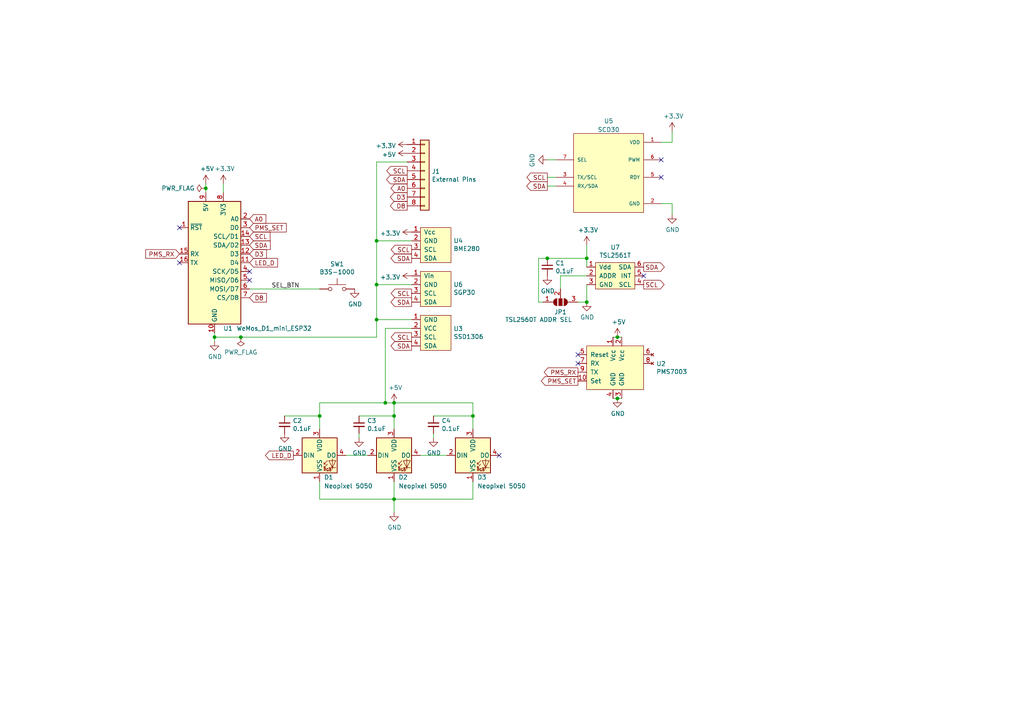
<source format=kicad_sch>
(kicad_sch (version 20230121) (generator eeschema)
  (paper "A4")
  (title_block (title "Wemos D1 Mini Internal Air Quality Board"))
  (lib_symbols
    (symbol "Connector_Generic:Conn_01x08" (pin_names (offset 1.016) hide)
      (property "Reference" "J" (at 0 10.16 0))
      (property "Value" "Conn_01x08" (at 0 -12.7 0))
      (symbol "Conn_01x08_1_1"
        (rectangle (start -1.27 -10.033) (end 0 -10.287) (stroke (width 0.1524)))
        (rectangle (start -1.27 -7.493) (end 0 -7.747) (stroke (width 0.1524)))
        (rectangle (start -1.27 -4.953) (end 0 -5.207) (stroke (width 0.1524)))
        (rectangle (start -1.27 -2.413) (end 0 -2.667) (stroke (width 0.1524)))
        (rectangle (start -1.27 0.127) (end 0 -0.127) (stroke (width 0.1524)))
        (rectangle (start -1.27 2.667) (end 0 2.413) (stroke (width 0.1524)))
        (rectangle (start -1.27 5.207) (end 0 4.953) (stroke (width 0.1524)))
        (rectangle (start -1.27 7.747) (end 0 7.493) (stroke (width 0.1524)))
        (rectangle (start -1.27 8.89) (end 1.27 -11.43) (stroke (width 0.254)) (fill (type background)))
        (pin passive line (at -5.08 7.62 0) (length 3.81) (name "Pin_1") (number "1"))
        (pin passive line (at -5.08 5.08 0) (length 3.81) (name "Pin_2") (number "2"))
        (pin passive line (at -5.08 2.54 0) (length 3.81) (name "Pin_3") (number "3"))
        (pin passive line (at -5.08 0 0) (length 3.81) (name "Pin_4") (number "4"))
        (pin passive line (at -5.08 -2.54 0) (length 3.81) (name "Pin_5") (number "5"))
        (pin passive line (at -5.08 -5.08 0) (length 3.81) (name "Pin_6") (number "6"))
        (pin passive line (at -5.08 -7.62 0) (length 3.81) (name "Pin_7") (number "7"))
        (pin passive line (at -5.08 -10.16 0) (length 3.81) (name "Pin_8") (number "8"))
      )
    )
    (symbol "Device:C_Small" (pin_numbers hide) (pin_names (offset 0.254) hide)
      (property "Reference" "C" (at 0.254 1.778 0))
      (property "Value" "C_Small" (at 0.254 -2.032 0))
      (symbol "C_Small_0_1"
        (polyline (pts (xy -1.524 -0.508) (xy 1.524 -0.508)) (stroke (width 0.3302)))
        (polyline (pts (xy -1.524 0.508) (xy 1.524 0.508)) (stroke (width 0.3048)))
      )
      (symbol "C_Small_1_1"
        (pin passive line (at 0 2.54 270) (length 2.032) (name "~") (number "1"))
        (pin passive line (at 0 -2.54 90) (length 2.032) (name "~") (number "2"))
      )
    )
    (symbol "Jumper:SolderJumper_3_Open" (pin_names (offset 0) hide)
      (property "Reference" "JP" (at -2.54 -2.54 0))
      (property "Value" "SolderJumper_3_Open" (at 0 2.794 0))
      (symbol "SolderJumper_3_Open_0_1"
        (arc (start -1.016 1.016) (mid -2.0276 0) (end -1.016 -1.016))
        (arc (start -1.016 1.016) (mid -2.0276 0) (end -1.016 -1.016) (fill (type outline)))
        (rectangle (start -0.508 1.016) (end 0.508 -1.016) (fill (type outline)))
        (polyline (pts (xy -2.54 0) (xy -2.032 0)))
        (polyline (pts (xy -1.016 1.016) (xy -1.016 -1.016)))
        (polyline (pts (xy 0 -1.27) (xy 0 -1.016)))
        (polyline (pts (xy 1.016 1.016) (xy 1.016 -1.016)))
        (polyline (pts (xy 2.54 0) (xy 2.032 0)))
        (arc (start 1.016 -1.016) (mid 2.0276 0) (end 1.016 1.016))
        (arc (start 1.016 -1.016) (mid 2.0276 0) (end 1.016 1.016) (fill (type outline)))
      )
      (symbol "SolderJumper_3_Open_1_1"
        (pin passive line (at -5.08 0 0) (length 2.54) (name "A") (number "1"))
        (pin passive line (at 0 -3.81 90) (length 2.54) (name "C") (number "2"))
        (pin passive line (at 5.08 0 180) (length 2.54) (name "B") (number "3"))
      )
    )
    (symbol "LED:Inolux_IN-PI554FCH" (pin_names (offset 0.254))
      (property "Reference" "D" (at 5.08 5.715 0))
      (property "Value" "Inolux_IN-PI554FCH" (at 1.27 -5.715 0))
      (symbol "Inolux_IN-PI554FCH_0_0"
        (text "RGB" (at 2.286 -4.191 0) (effects (font (size 0.762 0.762))))
      )
      (symbol "Inolux_IN-PI554FCH_0_1"
        (polyline (pts (xy 1.27 -3.556) (xy 1.778 -3.556)))
        (polyline (pts (xy 1.27 -2.54) (xy 1.778 -2.54)))
        (polyline (pts (xy 4.699 -3.556) (xy 2.667 -3.556)))
        (polyline (pts (xy 2.286 -2.54) (xy 1.27 -3.556) (xy 1.27 -3.048)))
        (polyline (pts (xy 2.286 -1.524) (xy 1.27 -2.54) (xy 1.27 -2.032)))
        (polyline (pts (xy 3.683 -1.016) (xy 3.683 -3.556) (xy 3.683 -4.064)))
        (polyline (pts (xy 4.699 -1.524) (xy 2.667 -1.524) (xy 3.683 -3.556) (xy 4.699 -1.524)))
        (rectangle (start 5.08 5.08) (end -5.08 -5.08) (stroke (width 0.254)) (fill (type background)))
      )
      (symbol "Inolux_IN-PI554FCH_1_1"
        (pin power_in line (at 0 -7.62 90) (length 2.54) (name "VSS") (number "1"))
        (pin input line (at -7.62 0 0) (length 2.54) (name "DIN") (number "2"))
        (pin power_in line (at 0 7.62 270) (length 2.54) (name "VDD") (number "3"))
        (pin output line (at 7.62 0 180) (length 2.54) (name "DO") (number "4"))
      )
    )
    (symbol "Switch:SW_Push" (pin_numbers hide) (pin_names (offset 1.016) hide)
      (property "Reference" "SW" (at 1.27 2.54 0))
      (property "Value" "SW_Push" (at 0 -1.524 0))
      (symbol "SW_Push_0_1"
        (circle (center -2.032 0) (radius 0.508))
        (polyline (pts (xy 0 1.27) (xy 0 3.048)))
        (polyline (pts (xy 2.54 1.27) (xy -2.54 1.27)))
        (circle (center 2.032 0) (radius 0.508))
        (pin passive line (at -5.08 0 0) (length 2.54) (name "1") (number "1"))
        (pin passive line (at 5.08 0 180) (length 2.54) (name "2") (number "2"))
      )
    )
    (symbol "iaq_board:BME280" (pin_names (offset 1.016))
      (property "Reference" "U" (at -8.89 15.24 0))
      (property "Value" "BME280" (at -8.89 12.7 0))
      (symbol "BME280_0_1"
        (rectangle (start -8.89 26.67) (end 0 16.51) (fill (type background)))
      )
      (symbol "BME280_1_1"
        (pin input line (at -11.43 25.4 0) (length 2.54) (name "Vcc") (number "1"))
        (pin input line (at -11.43 22.86 0) (length 2.54) (name "GND") (number "2"))
        (pin bidirectional line (at -11.43 20.32 0) (length 2.54) (name "SCL") (number "3"))
        (pin bidirectional line (at -11.43 17.78 0) (length 2.54) (name "SDA") (number "4"))
      )
    )
    (symbol "iaq_board:PMS7003" (pin_names (offset 1.016))
      (property "Reference" "U" (at 11.43 -6.35 0))
      (property "Value" "PMS7003" (at 15.24 -8.89 0))
      (symbol "PMS7003_0_1"
        (rectangle (start -2.54 7.62) (end 13.97 -5.08) (fill (type background)))
      )
      (symbol "PMS7003_1_1"
        (pin input line (at 5.08 10.16 270) (length 2.54) (name "Vcc") (number "1"))
        (pin input line (at -5.08 -2.54 0) (length 2.54) (name "Set") (number "10"))
        (pin input line (at 7.62 10.16 270) (length 2.54) (name "Vcc") (number "2"))
        (pin input line (at 7.62 -7.62 90) (length 2.54) (name "GND") (number "3"))
        (pin input line (at 5.08 -7.62 90) (length 2.54) (name "GND") (number "4"))
        (pin input line (at -5.08 5.08 0) (length 2.54) (name "Reset") (number "5"))
        (pin no_connect line (at 16.51 5.08 180) (length 2.54) (name "~") (number "6"))
        (pin input line (at -5.08 2.54 0) (length 2.54) (name "RX") (number "7"))
        (pin no_connect line (at 16.51 2.54 180) (length 2.54) (name "~") (number "8"))
        (pin output line (at -5.08 0 0) (length 2.54) (name "TX") (number "9"))
      )
    )
    (symbol "iaq_board:SCD30" (pin_names (offset 1.016))
      (property "Reference" "U" (at -10.16 13.462 0))
      (property "Value" "SCD30" (at -10.16 -12.7 0))
      (symbol "SCD30_0_0"
        (rectangle (start -10.16 -10.16) (end 10.16 12.7) (stroke (width 0.1524)) (fill (type background)))
        (pin power_in line (at 15.24 10.16 180) (length 5.08) (name "VDD") (number "1"))
        (pin power_in line (at 15.24 -7.62 180) (length 5.08) (name "GND") (number "2"))
        (pin bidirectional line (at -15.24 0 0) (length 5.08) (name "TX/SCL") (number "3"))
        (pin bidirectional line (at -15.24 -2.54 0) (length 5.08) (name "RX/SDA") (number "4"))
        (pin bidirectional line (at 15.24 0 180) (length 5.08) (name "RDY") (number "5"))
        (pin output line (at 15.24 5.08 180) (length 5.08) (name "PWM") (number "6"))
        (pin input line (at -15.24 5.08 0) (length 5.08) (name "SEL") (number "7"))
      )
    )
    (symbol "iaq_board:SGP30" (pin_names (offset 1.016))
      (property "Reference" "U" (at -2.54 -6.35 0))
      (property "Value" "SGP30" (at 0 -8.89 0))
      (symbol "SGP30_0_1"
        (rectangle (start -3.81 5.08) (end 5.08 -5.08) (fill (type background)))
      )
      (symbol "SGP30_1_1"
        (pin input line (at -6.35 3.81 0) (length 2.54) (name "Vin") (number "1"))
        (pin input line (at -6.35 1.27 0) (length 2.54) (name "GND") (number "2"))
        (pin bidirectional line (at -6.35 -1.27 0) (length 2.54) (name "SCL") (number "3"))
        (pin bidirectional line (at -6.35 -3.81 0) (length 2.54) (name "SDA") (number "4"))
      )
    )
    (symbol "iaq_board:SSD1306" (pin_names (offset 1.016))
      (property "Reference" "U" (at -2.54 -2.54 0))
      (property "Value" "SSD1306" (at 1.27 -5.08 0))
      (symbol "SSD1306_0_1"
        (rectangle (start -3.81 10.16) (end 5.08 0) (fill (type background)))
        (rectangle (start -1.27 11.43) (end -1.27 11.43))
      )
      (symbol "SSD1306_1_1"
        (pin input line (at -6.35 8.89 0) (length 2.54) (name "GND") (number "1"))
        (pin input line (at -6.35 6.35 0) (length 2.54) (name "VCC") (number "2"))
        (pin bidirectional line (at -6.35 3.81 0) (length 2.54) (name "SCL") (number "3"))
        (pin bidirectional line (at -6.35 1.27 0) (length 2.54) (name "SDA") (number "4"))
      )
    )
    (symbol "iaq_board:TSL2561T" (pin_names (offset 1.016))
      (property "Reference" "U" (at -5.08 -5.08 0))
      (property "Value" "TSL2561T" (at -1.27 -7.62 0))
      (symbol "TSL2561T_0_1"
        (rectangle (start -6.35 3.81) (end 5.08 -3.81) (fill (type background)))
      )
      (symbol "TSL2561T_1_1"
        (pin input line (at -8.89 2.54 0) (length 2.54) (name "Vdd") (number "1"))
        (pin passive line (at -8.89 0 0) (length 2.54) (name "ADDR") (number "2"))
        (pin input line (at -8.89 -2.54 0) (length 2.54) (name "GND") (number "3"))
        (pin input line (at 7.62 -2.54 180) (length 2.54) (name "SCL") (number "4"))
        (pin output line (at 7.62 0 180) (length 2.54) (name "INT") (number "5"))
        (pin bidirectional line (at 7.62 2.54 180) (length 2.54) (name "SDA") (number "6"))
      )
    )
    (symbol "iaq_board:WeMos_D1_mini"
      (property "Reference" "U" (at 3.81 19.05 0))
      (property "Value" "WeMos_D1_mini" (at 1.27 -19.05 0))
      (symbol "WeMos_D1_mini_1_1"
        (rectangle (start -7.62 17.78) (end 7.62 -17.78) (stroke (width 0.254)) (fill (type background)))
        (pin input line (at -10.16 10.16 0) (length 2.54) (name "~{RST}") (number "1"))
        (pin power_in line (at 0 -20.32 90) (length 2.54) (name "GND") (number "10"))
        (pin bidirectional line (at 10.16 0 180) (length 2.54) (name "D4") (number "11"))
        (pin bidirectional line (at 10.16 2.54 180) (length 2.54) (name "D3") (number "12"))
        (pin bidirectional line (at 10.16 5.08 180) (length 2.54) (name "SDA/D2") (number "13"))
        (pin bidirectional line (at 10.16 7.62 180) (length 2.54) (name "SCL/D1") (number "14"))
        (pin input line (at -10.16 2.54 0) (length 2.54) (name "RX") (number "15"))
        (pin output line (at -10.16 0 0) (length 2.54) (name "TX") (number "16"))
        (pin input line (at 10.16 12.7 180) (length 2.54) (name "A0") (number "2"))
        (pin bidirectional line (at 10.16 10.16 180) (length 2.54) (name "D0") (number "3"))
        (pin bidirectional line (at 10.16 -2.54 180) (length 2.54) (name "SCK/D5") (number "4"))
        (pin bidirectional line (at 10.16 -5.08 180) (length 2.54) (name "MISO/D6") (number "5"))
        (pin bidirectional line (at 10.16 -7.62 180) (length 2.54) (name "MOSI/D7") (number "6"))
        (pin bidirectional line (at 10.16 -10.16 180) (length 2.54) (name "CS/D8") (number "7"))
        (pin power_out line (at 2.54 20.32 270) (length 2.54) (name "3V3") (number "8"))
        (pin power_in line (at -2.54 20.32 270) (length 2.54) (name "5V") (number "9"))
      )
    )
    (symbol "power:+3.3V" (power) (pin_names (offset 0))
      (property "Value" "+3.3V" (at 0 3.556 0))
      (symbol "+3.3V_0_1"
        (polyline (pts (xy -0.762 1.27) (xy 0 2.54)))
        (polyline (pts (xy 0 0) (xy 0 2.54)))
        (polyline (pts (xy 0 2.54) (xy 0.762 1.27)))
      )
      (symbol "+3.3V_1_1"
        (pin power_in line (at 0 0 90) (length 0) hide (name "+3.3V") (number "1"))
      )
    )
    (symbol "power:+5V" (power) (pin_names (offset 0))
      (property "Value" "+5V" (at 0 3.556 0))
      (symbol "+5V_0_1"
        (polyline (pts (xy -0.762 1.27) (xy 0 2.54)))
        (polyline (pts (xy 0 0) (xy 0 2.54)))
        (polyline (pts (xy 0 2.54) (xy 0.762 1.27)))
      )
      (symbol "+5V_1_1"
        (pin power_in line (at 0 0 90) (length 0) hide (name "+5V") (number "1"))
      )
    )
    (symbol "power:GND" (power) (pin_names (offset 0))
      (property "Value" "GND" (at 0 -3.81 0))
      (symbol "GND_0_1"
        (polyline (pts (xy 0 0) (xy 0 -1.27) (xy 1.27 -1.27) (xy 0 -2.54) (xy -1.27 -1.27) (xy 0 -1.27)))
      )
      (symbol "GND_1_1"
        (pin power_in line (at 0 0 270) (length 0) hide (name "GND") (number "1"))
      )
    )
    (symbol "power:PWR_FLAG" (power) (pin_numbers hide) (pin_names (offset 0) hide)
      (property "Value" "PWR_FLAG" (at 0 3.81 0))
      (symbol "PWR_FLAG_0_0"
        (pin power_out line (at 0 0 90) (length 0) (name "pwr") (number "1"))
      )
      (symbol "PWR_FLAG_0_1"
        (polyline (pts (xy 0 0) (xy 0 1.27) (xy -1.016 1.905) (xy 0 2.54) (xy 1.016 1.905) (xy 0 1.27)))
      )
    )
  )
  (junction (at 59.69 54.61))
  (junction (at 179.07 115.57))
  (junction (at 114.3 120.65))
  (junction (at 170.18 74.93))
  (junction (at 111.76 116.84))
  (junction (at 137.16 120.65))
  (junction (at 109.22 82.55))
  (junction (at 114.3 116.84))
  (junction (at 69.85 97.79))
  (junction (at 62.23 97.79))
  (junction (at 92.71 120.65))
  (junction (at 109.22 92.71))
  (junction (at 179.07 97.79))
  (junction (at 109.22 69.85))
  (junction (at 158.75 74.93))
  (junction (at 170.18 87.63))
  (junction (at 114.3 144.78))
  (no_connect (at 52.07 66.04))
  (no_connect (at 191.77 46.355))
  (no_connect (at 72.39 78.74))
  (no_connect (at 191.77 51.435))
  (no_connect (at 52.07 76.2))
  (no_connect (at 144.78 132.08))
  (no_connect (at 72.39 81.28))
  (no_connect (at 186.69 80.01))
  (no_connect (at 167.64 102.87))
  (no_connect (at 167.64 105.41))
  (wire (pts (xy 104.14 127) (xy 104.14 125.73)))
  (wire (pts (xy 170.18 87.63) (xy 170.18 82.55)))
  (wire (pts (xy 191.77 41.275) (xy 194.945 41.275)))
  (wire (pts (xy 111.76 95.25) (xy 119.38 95.25)))
  (wire (pts (xy 167.64 87.63) (xy 170.18 87.63)))
  (wire (pts (xy 59.69 54.61) (xy 59.69 53.34)))
  (wire (pts (xy 62.23 97.79) (xy 69.85 97.79)))
  (wire (pts (xy 177.8 97.79) (xy 179.07 97.79)))
  (wire (pts (xy 92.71 144.78) (xy 92.71 139.7)))
  (wire (pts (xy 179.07 115.57) (xy 177.8 115.57)))
  (wire (pts (xy 104.14 120.65) (xy 114.3 120.65)))
  (wire (pts (xy 137.16 124.46) (xy 137.16 120.65)))
  (wire (pts (xy 137.16 116.84) (xy 137.16 120.65)))
  (wire (pts (xy 118.11 46.99) (xy 109.22 46.99)))
  (wire (pts (xy 179.07 97.79) (xy 180.34 97.79)))
  (wire (pts (xy 82.55 120.65) (xy 92.71 120.65)))
  (wire (pts (xy 125.73 127) (xy 125.73 125.73)))
  (wire (pts (xy 92.71 120.65) (xy 92.71 116.84)))
  (wire (pts (xy 191.77 59.055) (xy 194.945 59.055)))
  (wire (pts (xy 114.3 120.65) (xy 114.3 116.84)))
  (wire (pts (xy 157.48 87.63) (xy 156.21 87.63)))
  (wire (pts (xy 125.73 120.65) (xy 137.16 120.65)))
  (wire (pts (xy 156.21 87.63) (xy 156.21 74.93)))
  (wire (pts (xy 170.18 71.12) (xy 170.18 74.93)))
  (wire (pts (xy 114.3 139.7) (xy 114.3 144.78)))
  (wire (pts (xy 92.71 116.84) (xy 111.76 116.84)))
  (wire (pts (xy 62.23 97.79) (xy 62.23 99.06)))
  (wire (pts (xy 119.38 92.71) (xy 109.22 92.71)))
  (wire (pts (xy 158.75 74.93) (xy 170.18 74.93)))
  (wire (pts (xy 64.77 53.34) (xy 64.77 55.88)))
  (wire (pts (xy 72.39 83.82) (xy 92.71 83.82)))
  (wire (pts (xy 158.75 51.435) (xy 161.29 51.435)))
  (wire (pts (xy 109.22 46.99) (xy 109.22 69.85)))
  (wire (pts (xy 114.3 116.84) (xy 137.16 116.84)))
  (wire (pts (xy 180.34 115.57) (xy 179.07 115.57)))
  (wire (pts (xy 170.18 74.93) (xy 170.18 77.47)))
  (wire (pts (xy 158.75 53.975) (xy 161.29 53.975)))
  (wire (pts (xy 119.38 69.85) (xy 109.22 69.85)))
  (wire (pts (xy 92.71 124.46) (xy 92.71 120.65)))
  (wire (pts (xy 162.56 83.82) (xy 162.56 80.01)))
  (wire (pts (xy 156.21 74.93) (xy 158.75 74.93)))
  (wire (pts (xy 62.23 96.52) (xy 62.23 97.79)))
  (wire (pts (xy 59.69 55.88) (xy 59.69 54.61)))
  (wire (pts (xy 114.3 144.78) (xy 92.71 144.78)))
  (wire (pts (xy 194.945 59.055) (xy 194.945 62.23)))
  (wire (pts (xy 158.75 46.355) (xy 161.29 46.355)))
  (wire (pts (xy 109.22 69.85) (xy 109.22 82.55)))
  (wire (pts (xy 109.22 82.55) (xy 109.22 92.71)))
  (wire (pts (xy 114.3 144.78) (xy 137.16 144.78)))
  (wire (pts (xy 121.92 132.08) (xy 129.54 132.08)))
  (wire (pts (xy 114.3 148.59) (xy 114.3 144.78)))
  (wire (pts (xy 109.22 97.79) (xy 109.22 92.71)))
  (wire (pts (xy 111.76 116.84) (xy 114.3 116.84)))
  (wire (pts (xy 162.56 80.01) (xy 170.18 80.01)))
  (wire (pts (xy 100.33 132.08) (xy 106.68 132.08)))
  (wire (pts (xy 111.76 116.84) (xy 111.76 95.25)))
  (wire (pts (xy 137.16 144.78) (xy 137.16 139.7)))
  (wire (pts (xy 194.945 38.1) (xy 194.945 41.275)))
  (wire (pts (xy 119.38 82.55) (xy 109.22 82.55)))
  (wire (pts (xy 69.85 97.79) (xy 109.22 97.79)))
  (wire (pts (xy 114.3 124.46) (xy 114.3 120.65)))
  (label "SEL_BTN" (at 78.74 83.82 0))
  (global_label "SCL" (shape output) (at 158.75 51.435 180) (property "Intersheetrefs" "${INTERSHEET_REFS}" (effects hide)))
  (global_label "SCL" (shape output) (at 118.11 49.53 180) (property "Intersheetrefs" "${INTERSHEET_REFS}" (effects hide)))
  (global_label "PMS_RX" (shape input) (at 52.07 73.66 180) (property "Intersheetrefs" "${INTERSHEET_REFS}" (effects hide)))
  (global_label "SDA" (shape output) (at 118.11 52.07 180) (property "Intersheetrefs" "${INTERSHEET_REFS}" (effects hide)))
  (global_label "SDA" (shape input) (at 72.39 71.12 0) (property "Intersheetrefs" "${INTERSHEET_REFS}" (effects hide)))
  (global_label "SCL" (shape input) (at 72.39 68.58 0) (property "Intersheetrefs" "${INTERSHEET_REFS}" (effects hide)))
  (global_label "D8" (shape output) (at 118.11 59.69 180) (property "Intersheetrefs" "${INTERSHEET_REFS}" (effects hide)))
  (global_label "PMS_SET" (shape input) (at 72.39 66.04 0) (property "Intersheetrefs" "${INTERSHEET_REFS}" (effects hide)))
  (global_label "A0" (shape input) (at 72.39 63.5 0) (property "Intersheetrefs" "${INTERSHEET_REFS}" (effects hide)))
  (global_label "A0" (shape output) (at 118.11 54.61 180) (property "Intersheetrefs" "${INTERSHEET_REFS}" (effects hide)))
  (global_label "D3" (shape output) (at 118.11 57.15 180) (property "Intersheetrefs" "${INTERSHEET_REFS}" (effects hide)))
  (global_label "SDA" (shape output) (at 119.38 100.33 180) (property "Intersheetrefs" "${INTERSHEET_REFS}" (effects hide)))
  (global_label "SDA" (shape output) (at 119.38 74.93 180) (property "Intersheetrefs" "${INTERSHEET_REFS}" (effects hide)))
  (global_label "SCL" (shape output) (at 119.38 72.39 180) (property "Intersheetrefs" "${INTERSHEET_REFS}" (effects hide)))
  (global_label "D3" (shape input) (at 72.39 73.66 0) (property "Intersheetrefs" "${INTERSHEET_REFS}" (effects hide)))
  (global_label "LED_D" (shape input) (at 72.39 76.2 0) (property "Intersheetrefs" "${INTERSHEET_REFS}" (effects hide)))
  (global_label "PMS_RX" (shape output) (at 167.64 107.95 180) (property "Intersheetrefs" "${INTERSHEET_REFS}" (effects hide)))
  (global_label "SDA" (shape output) (at 158.75 53.975 180) (property "Intersheetrefs" "${INTERSHEET_REFS}" (effects hide)))
  (global_label "LED_D" (shape output) (at 85.09 132.08 180) (property "Intersheetrefs" "${INTERSHEET_REFS}" (effects hide)))
  (global_label "SDA" (shape output) (at 186.69 77.47 0) (property "Intersheetrefs" "${INTERSHEET_REFS}" (effects hide)))
  (global_label "SCL" (shape output) (at 186.69 82.55 0) (property "Intersheetrefs" "${INTERSHEET_REFS}" (effects hide)))
  (global_label "D8" (shape input) (at 72.39 86.36 0) (property "Intersheetrefs" "${INTERSHEET_REFS}" (effects hide)))
  (global_label "SCL" (shape output) (at 119.38 97.79 180) (property "Intersheetrefs" "${INTERSHEET_REFS}" (effects hide)))
  (global_label "SDA" (shape output) (at 119.38 87.63 180) (property "Intersheetrefs" "${INTERSHEET_REFS}" (effects hide)))
  (global_label "PMS_SET" (shape output) (at 167.64 110.49 180) (property "Intersheetrefs" "${INTERSHEET_REFS}" (effects hide)))
  (global_label "SCL" (shape output) (at 119.38 85.09 180) (property "Intersheetrefs" "${INTERSHEET_REFS}" (effects hide)))
  (symbol (lib_id "iaq_board:WeMos_D1_mini") (at 62.23 76.2 0) (unit 1)
    (property "Reference" "U1" (at 64.77 95.25 0) (effects (justify left)))
    (property "Value" "WeMos_D1_mini_ESP32" (at 68.58 95.25 0) (effects (justify left)))
    (property "Footprint" "iaq_board:WEMOS_D1_surface" (effects hide))
    (property "Datasheet" "https://wiki.wemos.cc/products:d1:d1_mini#documentation" (effects hide))
    (property "eshop" "https://www.aliexpress.com/item/32827149250.html?spm=a2g0s.9042311.0.0.3a204c4dEaNQAs" (effects hide))
    (property "eshop_socket" "https://bg.farnell.com/samtec/ssm-108-l-sv/receptacle-2-54mm-vert-8way/dp/1668259" (effects hide))
  )
  (symbol (lib_id "iaq_board:BME280") (at 130.81 92.71 0) (unit 1)
    (property "Reference" "U4" (at 131.5212 69.8246 0) (effects (justify left)))
    (property "Value" "BME280" (at 131.5212 72.136 0) (effects (justify left)))
    (property "Footprint" "iaq_board:BME280_breakout_6pin" (effects hide))
    (property "eshop" "https://www.aliexpress.com/item/4000166540445.html?spm=a2g0o.productlist.0.0.363a562ely2LZq&algo_pvid=b0bd6068-edbb-4f9c-aa24-92324f726eda&algo_expid=b0bd6068-edbb-4f9c-aa24-92324f726eda-8&btsid=3927b67d-2f89-4594-9f47-b017e00ef8a0&ws_ab_test=searchweb0_0,searchweb201602_9,searchweb201603_55" (effects hide))
  )
  (symbol (lib_id "iaq_board:SSD1306") (at 125.73 101.6 0) (unit 1)
    (property "Reference" "U3" (at 131.5212 95.3516 0) (effects (justify left)))
    (property "Value" "SSD1306" (at 131.5212 97.663 0) (effects (justify left)))
    (property "Footprint" "iaq_board:SSD1306" (effects hide))
    (property "eshop" "https://www.aliexpress.com/item/32956051129.html?spm=a2g0o.productlist.0.0.523365fcQkP3XC&algo_pvid=b62bd3ab-fe19-479e-bc50-b2c68dd35525&algo_expid=b62bd3ab-fe19-479e-bc50-b2c68dd35525-25&btsid=67d67e08-4ad1-4c08-8cec-e378bae47fc6&ws_ab_test=searchweb0_0,searchweb201602_9,searchweb201603_55" (effects hide))
    (property "eshop_socket" "https://bg.farnell.com/samtec/bcs-104-l-s-te/receptacle-2-54mm-vert-4way/dp/1667470" (effects hide))
  )
  (symbol (lib_id "power:GND") (at 62.23 99.06 0) (unit 1)
    (property "Reference" "#PWR0101" (effects hide))
    (property "Value" "GND" (at 62.357 103.4542 0))
  )
  (symbol (lib_id "Connector_Generic:Conn_01x08") (at 123.19 49.53 0) (unit 1)
    (property "Reference" "J1" (at 125.222 49.7332 0) (effects (justify left)))
    (property "Value" "External Pins" (at 125.222 52.0446 0) (effects (justify left)))
    (property "Footprint" "Connector_PinSocket_2.54mm:PinSocket_1x08_P2.54mm_Vertical_SMD_Pin1Left" (effects hide))
    (property "Datasheet" "http://www.farnell.com/datasheets/2002388.pdf?_ga=2.48616102.1610362250.1577434482-1228475011.1571060753" (effects hide))
    (property "eshop" "https://bg.farnell.com/samtec/ssm-107-l-sv/connector-rcpt-7pos-1row-2-54mm/dp/2984549" (effects hide))
  )
  (symbol (lib_id "Jumper:SolderJumper_3_Open") (at 162.56 87.63 0) (mirror x) (unit 1)
    (property "Reference" "JP1" (at 162.56 90.5002 0))
    (property "Value" "TSL2560T ADDR SEL" (at 156.21 92.71 0))
    (property "Footprint" "Jumper:SolderJumper-3_P1.3mm_Open_RoundedPad1.0x1.5mm_NumberLabels" (effects hide))
  )
  (symbol (lib_id "iaq_board:PMS7003") (at 172.72 107.95 0) (unit 1)
    (property "Reference" "U2" (at 190.3476 105.5116 0) (effects (justify left)))
    (property "Value" "PMS7003" (at 190.3476 107.823 0) (effects (justify left)))
    (property "Footprint" "iaq_board:PMS7003" (effects hide))
    (property "Datasheet" "https://download.kamami.com/p564008-p564008-PMS7003%20series%20data%20manua_English_V2.5.pdf" (effects hide))
    (property "eshop" "https://www.aliexpress.com/item/32832444694.html?spm=a2g0s.9042311.0.0.27424c4dKxsO6Z" (effects hide))
  )
  (symbol (lib_id "iaq_board:SGP30") (at 125.73 83.82 0) (unit 1)
    (property "Reference" "U6" (at 131.5212 82.5246 0) (effects (justify left)))
    (property "Value" "SGP30" (at 131.5212 84.836 0) (effects (justify left)))
    (property "Footprint" "iaq_board:SGP30_breakout_4pin" (effects hide))
    (property "eshop" "https://www.aliexpress.com/item/4000004614708.html?spm=a2g0o.productlist.0.0.688164abtt6ZRA&algo_pvid=7f813f70-3c1d-42ee-b6cf-9bf501c47314&algo_expid=7f813f70-3c1d-42ee-b6cf-9bf501c47314-1&btsid=3f683b7d-631a-4373-b0a1-f574cd317549&ws_ab_test=searchweb0_0,searchweb201602_9,searchweb201603_55" (effects hide))
  )
  (symbol (lib_id "iaq_board:TSL2561T") (at 179.07 80.01 0) (unit 1)
    (property "Reference" "U7" (at 178.435 71.755 0))
    (property "Value" "TSL2561T" (at 178.435 74.0664 0))
    (property "Footprint" "iaq_board:TSL2561T" (effects hide))
    (property "Datasheet" "https://cdn-shop.adafruit.com/datasheets/TSL2561.pdf" (effects hide))
    (property "eshop" "https://www.aliexpress.com/item/33056165996.html?spm=a2g0s.9042311.0.0.15314c4draqb6x" (effects hide))
  )
  (symbol (lib_id "Device:C_Small") (at 158.75 77.47 0) (unit 1)
    (property "Reference" "C1" (at 161.0868 76.3016 0) (effects (justify left)))
    (property "Value" "0.1uF" (at 161.0868 78.613 0) (effects (justify left)))
    (property "Footprint" "Capacitor_SMD:C_0805_2012Metric" (effects hide))
    (property "Datasheet" "http://www.farnell.com/datasheets/2031857.pdf?_ga=2.33932961.1240092789.1577137480-1228475011.1571060753" (effects hide))
    (property "eshop" "https://bg.farnell.com/wurth-elektronik/885012207016/cap-0-1-f-10v-10-x7r-0805/dp/2534051?st=smd%20capacitors" (effects hide))
  )
  (symbol (lib_id "LED:Inolux_IN-PI554FCH") (at 114.3 132.08 0) (unit 1)
    (property "Reference" "D2" (at 115.57 138.43 0) (effects (justify left)))
    (property "Value" "Neopixel 5050" (at 115.57 140.97 0) (effects (justify left)))
    (property "Footprint" "LED_SMD:LED_Inolux_IN-PI554FCH_PLCC4_5.0x5.0mm_P3.2mm" (effects hide))
    (property "Datasheet" "http://www.inolux-corp.com/datasheet/SMDLED/Addressable%20LED/IN-PI554FCH.pdf" (effects hide))
    (property "eshop" "https://www.ebay.co.uk/itm/Adafruit-NeoPixel-5050-RGB-LED-with-Integrated-Driver-Chip-10-Pack-ADA1655/263111787835?epid=1133546103&hash=item3d42af453b:g:1ZwAAOSwjOZZeydM" (effects hide))
  )
  (symbol (lib_id "LED:Inolux_IN-PI554FCH") (at 92.71 132.08 0) (unit 1)
    (property "Reference" "D1" (at 93.98 138.43 0) (effects (justify left)))
    (property "Value" "Neopixel 5050" (at 93.98 140.97 0) (effects (justify left)))
    (property "Footprint" "LED_SMD:LED_Inolux_IN-PI554FCH_PLCC4_5.0x5.0mm_P3.2mm" (effects hide))
    (property "Datasheet" "http://www.inolux-corp.com/datasheet/SMDLED/Addressable%20LED/IN-PI554FCH.pdf" (effects hide))
    (property "eshop" "https://www.ebay.co.uk/itm/Adafruit-NeoPixel-5050-RGB-LED-with-Integrated-Driver-Chip-10-Pack-ADA1655/263111787835?epid=1133546103&hash=item3d42af453b:g:1ZwAAOSwjOZZeydM" (effects hide))
  )
  (symbol (lib_id "Switch:SW_Push") (at 97.79 83.82 0) (unit 1)
    (property "Reference" "SW1" (at 97.79 76.581 0))
    (property "Value" "B3S-1000" (at 97.79 78.8924 0))
    (property "Footprint" "iaq_board:SW_SPST_B3S-1000" (effects hide))
    (property "Datasheet" "http://www.farnell.com/datasheets/2610940.pdf?_ga=2.125101450.1240092789.1577137480-1228475011.1571060753" (effects hide))
    (property "eshop" "https://uk.farnell.com/omron/b3s-1000/switch-spno-0-05a-24v-smd/dp/177807" (effects hide))
  )
  (symbol (lib_id "LED:Inolux_IN-PI554FCH") (at 137.16 132.08 0) (unit 1)
    (property "Reference" "D3" (at 138.43 138.43 0) (effects (justify left)))
    (property "Value" "Neopixel 5050" (at 138.43 140.97 0) (effects (justify left)))
    (property "Footprint" "LED_SMD:LED_Inolux_IN-PI554FCH_PLCC4_5.0x5.0mm_P3.2mm" (effects hide))
    (property "Datasheet" "http://www.inolux-corp.com/datasheet/SMDLED/Addressable%20LED/IN-PI554FCH.pdf" (effects hide))
    (property "eshop" "https://www.ebay.co.uk/itm/Adafruit-NeoPixel-5050-RGB-LED-with-Integrated-Driver-Chip-10-Pack-ADA1655/263111787835?epid=1133546103&hash=item3d42af453b:g:1ZwAAOSwjOZZeydM" (effects hide))
  )
  (symbol (lib_id "Device:C_Small") (at 82.55 123.19 0) (unit 1)
    (property "Reference" "C2" (at 84.8868 122.0216 0) (effects (justify left)))
    (property "Value" "0.1uF" (at 84.8868 124.333 0) (effects (justify left)))
    (property "Footprint" "Capacitor_SMD:C_0805_2012Metric" (effects hide))
    (property "Datasheet" "http://www.farnell.com/datasheets/2031857.pdf?_ga=2.33932961.1240092789.1577137480-1228475011.1571060753" (effects hide))
    (property "eshop" "https://bg.farnell.com/wurth-elektronik/885012207016/cap-0-1-f-10v-10-x7r-0805/dp/2534051?st=smd%20capacitors" (effects hide))
  )
  (symbol (lib_id "Device:C_Small") (at 104.14 123.19 0) (unit 1)
    (property "Reference" "C3" (at 106.4768 122.0216 0) (effects (justify left)))
    (property "Value" "0.1uF" (at 106.4768 124.333 0) (effects (justify left)))
    (property "Footprint" "Capacitor_SMD:C_0805_2012Metric" (effects hide))
    (property "Datasheet" "http://www.farnell.com/datasheets/2031857.pdf?_ga=2.33932961.1240092789.1577137480-1228475011.1571060753" (effects hide))
    (property "eshop" "https://bg.farnell.com/wurth-elektronik/885012207016/cap-0-1-f-10v-10-x7r-0805/dp/2534051?st=smd%20capacitors" (effects hide))
  )
  (symbol (lib_id "Device:C_Small") (at 125.73 123.19 0) (unit 1)
    (property "Reference" "C4" (at 128.0668 122.0216 0) (effects (justify left)))
    (property "Value" "0.1uF" (at 128.0668 124.333 0) (effects (justify left)))
    (property "Footprint" "Capacitor_SMD:C_0805_2012Metric" (effects hide))
    (property "Datasheet" "http://www.farnell.com/datasheets/2031857.pdf?_ga=2.33932961.1240092789.1577137480-1228475011.1571060753" (effects hide))
    (property "eshop" "https://bg.farnell.com/wurth-elektronik/885012207016/cap-0-1-f-10v-10-x7r-0805/dp/2534051?st=smd%20capacitors" (effects hide))
  )
  (symbol (lib_id "power:+3.3V") (at 64.77 53.34 0) (unit 1)
    (property "Reference" "#PWR02" (effects hide))
    (property "Value" "+3.3V" (at 65.151 48.9458 0))
  )
  (symbol (lib_id "power:+5V") (at 59.69 53.34 0) (unit 1)
    (property "Reference" "#PWR01" (effects hide))
    (property "Value" "+5V" (at 60.071 48.9458 0))
  )
  (symbol (lib_id "power:GND") (at 104.14 127 0) (unit 1)
    (property "Reference" "#PWR0104" (effects hide))
    (property "Value" "GND" (at 104.267 131.3942 0))
  )
  (symbol (lib_id "power:GND") (at 125.73 127 0) (unit 1)
    (property "Reference" "#PWR0105" (effects hide))
    (property "Value" "GND" (at 125.857 131.3942 0))
  )
  (symbol (lib_id "power:+5V") (at 114.3 116.84 0) (unit 1)
    (property "Reference" "#PWR0106" (effects hide))
    (property "Value" "+5V" (at 114.681 112.4458 0))
  )
  (symbol (lib_id "power:GND") (at 114.3 148.59 0) (unit 1)
    (property "Reference" "#PWR0107" (effects hide))
    (property "Value" "GND" (at 114.427 152.9842 0))
  )
  (symbol (lib_id "power:+3.3V") (at 170.18 71.12 0) (unit 1)
    (property "Reference" "#PWR0108" (effects hide))
    (property "Value" "+3.3V" (at 170.561 66.7258 0))
  )
  (symbol (lib_id "power:GND") (at 158.75 80.01 0) (unit 1)
    (property "Reference" "#PWR0109" (effects hide))
    (property "Value" "GND" (at 158.877 84.4042 0))
  )
  (symbol (lib_id "power:GND") (at 170.18 87.63 0) (unit 1)
    (property "Reference" "#PWR0110" (effects hide))
    (property "Value" "GND" (at 170.307 92.0242 0))
  )
  (symbol (lib_id "power:GND") (at 179.07 115.57 0) (unit 1)
    (property "Reference" "#PWR0112" (effects hide))
    (property "Value" "GND" (at 179.197 119.9642 0))
  )
  (symbol (lib_id "power:+5V") (at 179.07 97.79 0) (unit 1)
    (property "Reference" "#PWR0113" (effects hide))
    (property "Value" "+5V" (at 179.451 93.3958 0))
  )
  (symbol (lib_id "power:+3.3V") (at 118.11 41.91 90) (mirror x) (unit 1)
    (property "Reference" "#PWR0114" (effects hide))
    (property "Value" "+3.3V" (at 114.8588 42.291 90) (effects (justify left)))
  )
  (symbol (lib_id "power:+5V") (at 118.11 44.45 90) (mirror x) (unit 1)
    (property "Reference" "#PWR0115" (effects hide))
    (property "Value" "+5V" (at 114.8588 44.831 90) (effects (justify left)))
  )
  (symbol (lib_id "power:+3.3V") (at 119.38 67.31 90) (mirror x) (unit 1)
    (property "Reference" "#PWR0116" (effects hide))
    (property "Value" "+3.3V" (at 116.1288 67.691 90) (effects (justify left)))
  )
  (symbol (lib_id "power:+3.3V") (at 119.38 80.01 90) (mirror x) (unit 1)
    (property "Reference" "#PWR0117" (effects hide))
    (property "Value" "+3.3V" (at 116.1288 80.391 90) (effects (justify left)))
  )
  (symbol (lib_id "power:GND") (at 102.87 83.82 0) (unit 1)
    (property "Reference" "#PWR0119" (effects hide))
    (property "Value" "GND" (at 102.997 88.2142 0))
  )
  (symbol (lib_id "power:GND") (at 82.55 125.73 0) (unit 1)
    (property "Reference" "#PWR0103" (effects hide))
    (property "Value" "GND" (at 82.677 130.1242 0))
  )
  (symbol (lib_id "power:PWR_FLAG") (at 59.69 54.61 90) (unit 1)
    (property "Reference" "#FLG0101" (effects hide))
    (property "Value" "PWR_FLAG" (at 56.4642 54.61 90) (effects (justify left)))
  )
  (symbol (lib_id "power:PWR_FLAG") (at 69.85 97.79 180) (unit 1)
    (property "Reference" "#FLG0102" (effects hide))
    (property "Value" "PWR_FLAG" (at 69.85 102.1842 0))
  )
  (symbol (lib_id "power:+3.3V") (at 194.945 38.1 0) (unit 1)
    (property "Reference" "#PWR0111" (effects hide))
    (property "Value" "+3.3V" (at 195.326 33.7058 0))
  )
  (symbol (lib_id "power:GND") (at 194.945 62.23 0) (unit 1)
    (property "Reference" "#PWR0118" (effects hide))
    (property "Value" "GND" (at 195.072 66.6242 0))
  )
  (symbol (lib_id "iaq_board:SCD30") (at 176.53 51.435 0) (unit 1)
    (property "Reference" "U5" (at 176.53 35.086 0))
    (property "Value" "SCD30" (at 176.53 37.6229 0))
    (property "Footprint" "iaq_board:SCD30" (effects hide))
    (property "MANUFACTURER" "Sensirion" (effects hide))
    (property "STANDARD" "Manufacturer Recommendations" (effects hide))
    (property "MAXIMUM_PACKAGE_HEIGHT" "7.0mm" (effects hide))
    (property "PARTREV" "D1" (effects hide))
  )
  (symbol (lib_id "power:GND") (at 158.75 46.355 270) (unit 1)
    (property "Reference" "#PWR0102" (effects hide))
    (property "Value" "GND" (at 154.3558 46.482 0))
  )
)
</source>
